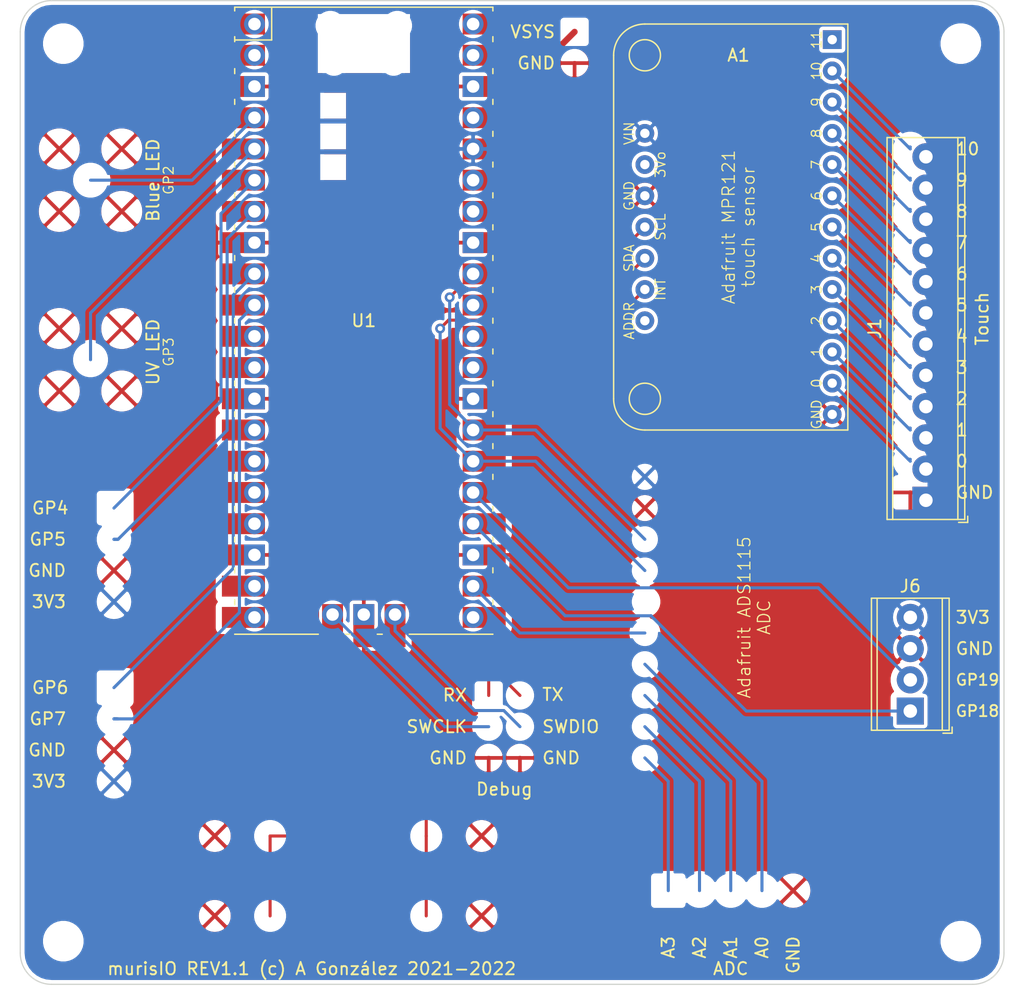
<source format=kicad_pcb>
(kicad_pcb (version 20211014) (generator pcbnew)
  (layers (0 "F.Cu" signal "Front") (31 "B.Cu" signal "Back") (34 "B.Paste" user) (35 "F.Paste" user) (36 "B.SilkS" user "B.Silkscreen") (37 "F.SilkS" user "F.Silkscreen") (38 "B.Mask" user) (39 "F.Mask" user) (44 "Edge.Cuts" user))
  (net 0 "")
  (net 1 "+3V3")
  (net 2 "GND")
  (net 3 "Net-(A1-Pad10)")
  (net 4 "Net-(A1-Pad9)")
  (net 9 "Net-(A1-Pad19)")
  (net 10 "Net-(A1-Pad18)")
  (net 11 "Net-(A1-Pad17)")
  (net 12 "Net-(A1-Pad16)")
  (net 13 "Net-(A1-Pad15)")
  (net 14 "Net-(A1-Pad14)")
  (net 15 "Net-(A1-Pad13)")
  (net 16 "Net-(A1-Pad12)")
  (net 17 "Net-(A1-Pad11)")
  (net 26 "/GP20_SDA")
  (net 27 "/GP21_SCL")
  (net 28 "/GP15")
  (net 29 "/GP2")
  (net 30 "/GP12")
  (net 31 "/GP3")
  (net 32 "/VSYS")
  (net 33 "/GP1_RX")
  (net 34 "/GP0_TX")
  (net 35 "/SWDIO")
  (net 36 "/SWCLK")
  (net 39 "/GP5")
  (net 40 "/GP4")
  (net 41 "/GP7")
  (net 42 "/GP6")
  (net 43 "/GP14")
  (net 44 "/GP13")
  (net 46 "/GP18")
  (net 47 "/GP19")
  (net 48 "/GP22_IRQ")
  (net 49 "/GP17_ALRT")
  (footprint "TerminalBlock_Phoenix:TerminalBlock_Phoenix_MPT-0,5-12-2.54_1x12_P2.54mm_Horizontal" (layer "F.Cu") (at 182.245 92.71 90)
    (fp_text reference "J1" (at 13.97 -4.16 90) (layer "F.SilkS"))
    (fp_text value "Screw_Terminal_01x12")
    (fp_line (start -1.56 3.16) (end 29.501 3.16) (layer "F.SilkS") (width 0.12))
    (fp_line (start -1.8 2.66) (end -1.8 3.4) (layer "F.SilkS") (width 0.12))
    (fp_line (start -1.56 -2.7) (end 29.501 -2.7) (layer "F.SilkS") (width 0.12))
    (fp_line (start -1.56 2.6) (end 29.501 2.6) (layer "F.SilkS") (width 0.12))
    (fp_line (start -1.56 -3.16) (end 29.501 -3.16) (layer "F.SilkS") (width 0.12))
    (fp_line (start 29.501 -3.16) (end 29.501 3.16) (layer "F.SilkS") (width 0.12))
    (fp_line (start -1.56 -3.16) (end -1.56 3.16) (layer "F.SilkS") (width 0.12))
    (fp_line (start -1.8 3.4) (end -1.3 3.4) (layer "F.SilkS") (width 0.12))
    (pad "1" thru_hole rect (at 0 0 90) (size 2.2 2.2) (drill 1.1) (layers *.Cu *.Mask) (net 2 "GND"))
    (pad "2" thru_hole circle (at 2.54 0 90) (size 2.2 2.2) (drill 1.1) (layers *.Cu *.Mask) (net 4 "Net-(A1-Pad9)"))
    (pad "3" thru_hole circle (at 5.08 0 90) (size 2.2 2.2) (drill 1.1) (layers *.Cu *.Mask) (net 3 "Net-(A1-Pad10)"))
    (pad "4" thru_hole circle (at 7.62 0 90) (size 2.2 2.2) (drill 1.1) (layers *.Cu *.Mask) (net 17 "Net-(A1-Pad11)"))
    (pad "5" thru_hole circle (at 10.16 0 90) (size 2.2 2.2) (drill 1.1) (layers *.Cu *.Mask) (net 16 "Net-(A1-Pad12)"))
    (pad "6" thru_hole circle (at 12.7 0 90) (size 2.2 2.2) (drill 1.1) (layers *.Cu *.Mask) (net 15 "Net-(A1-Pad13)"))
    (pad "7" thru_hole circle (at 15.24 0 90) (size 2.2 2.2) (drill 1.1) (layers *.Cu *.Mask) (net 14 "Net-(A1-Pad14)"))
    (pad "8" thru_hole circle (at 17.78 0 90) (size 2.2 2.2) (drill 1.1) (layers *.Cu *.Mask) (net 13 "Net-(A1-Pad15)"))
    (pad "9" thru_hole circle (at 20.32 0 90) (size 2.2 2.2) (drill 1.1) (layers *.Cu *.Mask) (net 12 "Net-(A1-Pad16)"))
    (pad "10" thru_hole circle (at 22.86 0 90) (size 2.2 2.2) (drill 1.1) (layers *.Cu *.Mask) (net 11 "Net-(A1-Pad17)"))
    (pad "11" thru_hole circle (at 25.4 0 90) (size 2.2 2.2) (drill 1.1) (layers *.Cu *.Mask) (net 10 "Net-(A1-Pad18)"))
    (pad "12" thru_hole circle (at 27.94 0 90) (size 2.2 2.2) (drill 1.1) (layers *.Cu *.Mask) (net 9 "Net-(A1-Pad19)"))
  )
  (footprint "TerminalBlock_Phoenix:TerminalBlock_Phoenix_MPT-0,5-4-2.54_1x04_P2.54mm_Horizontal" (layer "F.Cu") (at 180.975 109.855 90)
    (fp_text reference "J6" (at 10.16 0 180) (layer "F.SilkS"))
    (fp_text value "Screw_Terminal_01x04")
    (fp_line (start -1.56 2.6) (end 9.18 2.6) (layer "F.SilkS") (width 0.12))
    (fp_line (start -1.8 3.4) (end -1.3 3.4) (layer "F.SilkS") (width 0.12))
    (fp_line (start -1.8 2.66) (end -1.8 3.4) (layer "F.SilkS") (width 0.12))
    (fp_line (start -1.56 -3.16) (end 9.18 -3.16) (layer "F.SilkS") (width 0.12))
    (fp_line (start -1.56 -2.7) (end 9.18 -2.7) (layer "F.SilkS") (width 0.12))
    (fp_line (start -1.56 3.16) (end 9.18 3.16) (layer "F.SilkS") (width 0.12))
    (fp_line (start 9.18 -3.16) (end 9.18 3.16) (layer "F.SilkS") (width 0.12))
    (fp_line (start -1.56 -3.16) (end -1.56 3.16) (layer "F.SilkS") (width 0.12))
    (pad "1" thru_hole rect locked (at 0 0 90) (size 2.2 2.2) (drill 1.1) (layers *.Cu *.Mask) (net 46 "/GP18"))
    (pad "2" thru_hole circle locked (at 2.54 0 90) (size 2.2 2.2) (drill 1.1) (layers *.Cu *.Mask) (net 47 "/GP19"))
    (pad "3" thru_hole circle locked (at 5.08 0 90) (size 2.2 2.2) (drill 1.1) (layers *.Cu *.Mask) (net 2 "GND"))
    (pad "4" thru_hole circle locked (at 7.62 0 90) (size 2.2 2.2) (drill 1.1) (layers *.Cu *.Mask) (net 1 "+3V3"))
  )
  (footprint "MCU_Pico:RPi_Pico_SMD_TH" (layer "F.Cu") (at 136.525 78.105)
    (fp_text reference "U1" (at 0 0) (layer "F.SilkS"))
    (fp_text value "Pico")
    (fp_line (start -10.5 -10.4) (end -10.5 -10) (layer "F.SilkS") (width 0.12))
    (fp_line (start -1.5 25.5) (end -1.1 25.5) (layer "F.SilkS") (width 0.12))
    (fp_line (start -10.5 -18) (end -10.5 -17.6) (layer "F.SilkS") (width 0.12))
    (fp_line (start -10.5 -23.1) (end -10.5 -22.7) (layer "F.SilkS") (width 0.12))
    (fp_line (start 10.5 22.7) (end 10.5 23.1) (layer "F.SilkS") (width 0.12))
    (fp_line (start -10.5 -25.5) (end 10.5 -25.5) (layer "F.SilkS") (width 0.12))
    (fp_line (start -10.5 -25.5) (end -10.5 -25.2) (layer "F.SilkS") (width 0.12))
    (fp_line (start 10.5 -10.4) (end 10.5 -10) (layer "F.SilkS") (width 0.12))
    (fp_line (start 10.5 10) (end 10.5 10.4) (layer "F.SilkS") (width 0.12))
    (fp_line (start -10.5 -5.3) (end -10.5 -4.9) (layer "F.SilkS") (width 0.12))
    (fp_line (start -10.5 7.4) (end -10.5 7.8) (layer "F.SilkS") (width 0.12))
    (fp_line (start 10.5 -18) (end 10.5 -17.6) (layer "F.SilkS") (width 0.12))
    (fp_line (start 10.5 -7.8) (end 10.5 -7.4) (layer "F.SilkS") (width 0.12))
    (fp_line (start 10.5 -20.5) (end 10.5 -20.1) (layer "F.SilkS") (width 0.12))
    (fp_line (start -10.5 -15.4) (end -10.5 -15) (layer "F.SilkS") (width 0.12))
    (fp_line (start 10.5 -5.3) (end 10.5 -4.9) (layer "F.SilkS") (width 0.12))
    (fp_line (start 1.1 25.5) (end 1.5 25.5) (layer "F.SilkS") (width 0.12))
    (fp_line (start -10.5 -0.2) (end -10.5 0.2) (layer "F.SilkS") (width 0.12))
    (fp_line (start 10.5 15.1) (end 10.5 15.5) (layer "F.SilkS") (width 0.12))
    (fp_line (start 10.5 -12.9) (end 10.5 -12.5) (layer "F.SilkS") (width 0.12))
    (fp_line (start 10.5 -25.5) (end 10.5 -25.2) (layer "F.SilkS") (width 0.12))
    (fp_line (start -10.5 15.1) (end -10.5 15.5) (layer "F.SilkS") (width 0.12))
    (fp_line (start -10.5 12.5) (end -10.5 12.9) (layer "F.SilkS") (width 0.12))
    (fp_line (start -10.5 22.7) (end -10.5 23.1) (layer "F.SilkS") (width 0.12))
    (fp_line (start 10.5 7.4) (end 10.5 7.8) (layer "F.SilkS") (width 0.12))
    (fp_line (start -10.5 17.6) (end -10.5 18) (layer "F.SilkS") (width 0.12))
    (fp_line (start 10.5 25.5) (end 3.7 25.5) (layer "F.SilkS") (width 0.12))
    (fp_line (start 10.5 20.1) (end 10.5 20.5) (layer "F.SilkS") (width 0.12))
    (fp_line (start 10.5 -2.7) (end 10.5 -2.3) (layer "F.SilkS") (width 0.12))
    (fp_line (start -10.5 20.1) (end -10.5 20.5) (layer "F.SilkS") (width 0.12))
    (fp_line (start 10.5 17.6) (end 10.5 18) (layer "F.SilkS") (width 0.12))
    (fp_line (start -7.493 -22.833) (end -7.493 -25.5) (layer "F.SilkS") (width 0.12))
    (fp_line (start -10.5 -2.7) (end -10.5 -2.3) (layer "F.SilkS") (width 0.12))
    (fp_line (start 10.5 -15.4) (end 10.5 -15) (layer "F.SilkS") (width 0.12))
    (fp_line (start -10.5 4.9) (end -10.5 5.3) (layer "F.SilkS") (width 0.12))
    (fp_line (start -10.5 -7.8) (end -10.5 -7.4) (layer "F.SilkS") (width 0.12))
    (fp_line (start -10.5 2.3) (end -10.5 2.7) (layer "F.SilkS") (width 0.12))
    (fp_line (start 10.5 12.5) (end 10.5 12.9) (layer "F.SilkS") (width 0.12))
    (fp_line (start 10.5 -23.1) (end 10.5 -22.7) (layer "F.SilkS") (width 0.12))
    (fp_line (start 10.5 -0.2) (end 10.5 0.2) (layer "F.SilkS") (width 0.12))
    (fp_line (start 10.5 2.3) (end 10.5 2.7) (layer "F.SilkS") (width 0.12))
    (fp_line (start -10.5 -22.833) (end -7.493 -22.833) (layer "F.SilkS") (width 0.12))
    (fp_line (start -3.7 25.5) (end -10.5 25.5) (layer "F.SilkS") (width 0.12))
    (fp_line (start 10.5 4.9) (end 10.5 5.3) (layer "F.SilkS") (width 0.12))
    (fp_line (start -10.5 -12.9) (end -10.5 -12.5) (layer "F.SilkS") (width 0.12))
    (fp_line (start -10.5 10) (end -10.5 10.4) (layer "F.SilkS") (width 0.12))
    (fp_line (start -10.5 -20.5) (end -10.5 -20.1) (layer "F.SilkS") (width 0.12))
    (pad "" np_thru_hole oval locked (at 2.725 -24) (size 1.8 1.8) (drill 1.8) (layers *.Cu *.Mask))
    (pad "" np_thru_hole oval locked (at -2.725 -24) (size 1.8 1.8) (drill 1.8) (layers *.Cu *.Mask))
    (pad "" np_thru_hole oval locked (at 2.425 -20.97) (size 1.5 1.5) (drill 1.5) (layers *.Cu *.Mask))
    (pad "" np_thru_hole oval locked (at -2.425 -20.97) (size 1.5 1.5) (drill 1.5) (layers *.Cu *.Mask))
    (pad "1" thru_hole oval locked (at -8.89 -24.13) (size 1.7 1.7) (drill 1.02) (layers *.Cu *.Mask) (net 34 "/GP0_TX"))
    (pad "1" smd rect locked (at -8.89 -24.13) (size 3.5 1.7) (drill (offset -0.9 0)) (layers "F.Cu" "F.Mask") (net 34 "/GP0_TX"))
    (pad "2" thru_hole oval locked (at -8.89 -21.59) (size 1.7 1.7) (drill 1.02) (layers *.Cu *.Mask) (net 33 "/GP1_RX"))
    (pad "2" smd rect locked (at -8.89 -21.59) (size 3.5 1.7) (drill (offset -0.9 0)) (layers "F.Cu" "F.Mask") (net 33 "/GP1_RX"))
    (pad "3" smd rect locked (at -8.89 -19.05) (size 3.5 1.7) (drill (offset -0.9 0)) (layers "F.Cu" "F.Mask") (net 2 "GND"))
    (pad "3" thru_hole rect locked (at -8.89 -19.05) (size 1.7 1.7) (drill 1.02) (layers *.Cu *.Mask) (net 2 "GND"))
    (pad "4" thru_hole oval locked (at -8.89 -16.51) (size 1.7 1.7) (drill 1.02) (layers *.Cu *.Mask) (net 29 "/GP2"))
    (pad "4" smd rect locked (at -8.89 -16.51) (size 3.5 1.7) (drill (offset -0.9 0)) (layers "F.Cu" "F.Mask") (net 29 "/GP2"))
    (pad "5" thru_hole oval locked (at -8.89 -13.97) (size 1.7 1.7) (drill 1.02) (layers *.Cu *.Mask) (net 31 "/GP3"))
    (pad "5" smd rect locked (at -8.89 -13.97) (size 3.5 1.7) (drill (offset -0.9 0)) (layers "F.Cu" "F.Mask") (net 31 "/GP3"))
    (pad "6" thru_hole oval locked (at -8.89 -11.43) (size 1.7 1.7) (drill 1.02) (layers *.Cu *.Mask) (net 40 "/GP4"))
    (pad "6" smd rect locked (at -8.89 -11.43) (size 3.5 1.7) (drill (offset -0.9 0)) (layers "F.Cu" "F.Mask") (net 40 "/GP4"))
    (pad "7" smd rect locked (at -8.89 -8.89) (size 3.5 1.7) (drill (offset -0.9 0)) (layers "F.Cu" "F.Mask") (net 39 "/GP5"))
    (pad "7" thru_hole oval locked (at -8.89 -8.89) (size 1.7 1.7) (drill 1.02) (layers *.Cu *.Mask) (net 39 "/GP5"))
    (pad "8" thru_hole rect locked (at -8.89 -6.35) (size 1.7 1.7) (drill 1.02) (layers *.Cu *.Mask) (net 2 "GND"))
    (pad "8" smd rect locked (at -8.89 -6.35) (size 3.5 1.7) (drill (offset -0.9 0)) (layers "F.Cu" "F.Mask") (net 2 "GND"))
    (pad "9" thru_hole oval locked (at -8.89 -3.81) (size 1.7 1.7) (drill 1.02) (layers *.Cu *.Mask) (net 42 "/GP6"))
    (pad "9" smd rect locked (at -8.89 -3.81) (size 3.5 1.7) (drill (offset -0.9 0)) (layers "F.Cu" "F.Mask") (net 42 "/GP6"))
    (pad "10" thru_hole oval locked (at -8.89 -1.27) (size 1.7 1.7) (drill 1.02) (layers *.Cu *.Mask) (net 41 "/GP7"))
    (pad "10" smd rect locked (at -8.89 -1.27) (size 3.5 1.7) (drill (offset -0.9 0)) (layers "F.Cu" "F.Mask") (net 41 "/GP7"))
    (pad "11" smd rect locked (at -8.89 1.27) (size 3.5 1.7) (drill (offset -0.9 0)) (layers "F.Cu" "F.Mask"))
    (pad "11" thru_hole oval locked (at -8.89 1.27) (size 1.7 1.7) (drill 1.02) (layers *.Cu *.Mask))
    (pad "12" thru_hole oval locked (at -8.89 3.81) (size 1.7 1.7) (drill 1.02) (layers *.Cu *.Mask))
    (pad "12" smd rect locked (at -8.89 3.81) (size 3.5 1.7) (drill (offset -0.9 0)) (layers "F.Cu" "F.Mask"))
    (pad "13" smd rect locked (at -8.89 6.35) (size 3.5 1.7) (drill (offset -0.9 0)) (layers "F.Cu" "F.Mask") (net 2 "GND"))
    (pad "13" thru_hole rect locked (at -8.89 6.35) (size 1.7 1.7) (drill 1.02) (layers *.Cu *.Mask) (net 2 "GND"))
    (pad "14" thru_hole oval locked (at -8.89 8.89) (size 1.7 1.7) (drill 1.02) (layers *.Cu *.Mask))
    (pad "14" smd rect locked (at -8.89 8.89) (size 3.5 1.7) (drill (offset -0.9 0)) (layers "F.Cu" "F.Mask"))
    (pad "15" thru_hole oval locked (at -8.89 11.43) (size 1.7 1.7) (drill 1.02) (layers *.Cu *.Mask))
    (pad "15" smd rect locked (at -8.89 11.43) (size 3.5 1.7) (drill (offset -0.9 0)) (layers "F.Cu" "F.Mask"))
    (pad "16" smd rect locked (at -8.89 13.97) (size 3.5 1.7) (drill (offset -0.9 0)) (layers "F.Cu" "F.Mask") (net 30 "/GP12"))
    (pad "16" thru_hole oval locked (at -8.89 13.97) (size 1.7 1.7) (drill 1.02) (layers *.Cu *.Mask) (net 30 "/GP12"))
    (pad "17" thru_hole oval locked (at -8.89 16.51) (size 1.7 1.7) (drill 1.02) (layers *.Cu *.Mask) (net 44 "/GP13"))
    (pad "17" smd rect locked (at -8.89 16.51) (size 3.5 1.7) (drill (offset -0.9 0)) (layers "F.Cu" "F.Mask") (net 44 "/GP13"))
    (pad "18" thru_hole rect locked (at -8.89 19.05) (size 1.7 1.7) (drill 1.02) (layers *.Cu *.Mask) (net 2 "GND"))
    (pad "18" smd rect locked (at -8.89 19.05) (size 3.5 1.7) (drill (offset -0.9 0)) (layers "F.Cu" "F.Mask") (net 2 "GND"))
    (pad "19" smd rect locked (at -8.89 21.59) (size 3.5 1.7) (drill (offset -0.9 0)) (layers "F.Cu" "F.Mask") (net 43 "/GP14"))
    (pad "19" thru_hole oval locked (at -8.89 21.59) (size 1.7 1.7) (drill 1.02) (layers *.Cu *.Mask) (net 43 "/GP14"))
    (pad "20" thru_hole oval locked (at -8.89 24.13) (size 1.7 1.7) (drill 1.02) (layers *.Cu *.Mask) (net 28 "/GP15"))
    (pad "20" smd rect locked (at -8.89 24.13) (size 3.5 1.7) (drill (offset -0.9 0)) (layers "F.Cu" "F.Mask") (net 28 "/GP15"))
    (pad "21" smd rect locked (at 8.89 24.13) (size 3.5 1.7) (drill (offset 0.9 0)) (layers "F.Cu" "F.Mask"))
    (pad "21" thru_hole oval locked (at 8.89 24.13) (size 1.7 1.7) (drill 1.02) (layers *.Cu *.Mask))
    (pad "22" thru_hole oval locked (at 8.89 21.59) (size 1.7 1.7) (drill 1.02) (layers *.Cu *.Mask) (net 49 "/GP17_ALRT"))
    (pad "22" smd rect locked (at 8.89 21.59) (size 3.5 1.7) (drill (offset 0.9 0)) (layers "F.Cu" "F.Mask") (net 49 "/GP17_ALRT"))
    (pad "23" thru_hole rect locked (at 8.89 19.05) (size 1.7 1.7) (drill 1.02) (layers *.Cu *.Mask) (net 2 "GND"))
    (pad "23" smd rect locked (at 8.89 19.05) (size 3.5 1.7) (drill (offset 0.9 0)) (layers "F.Cu" "F.Mask") (net 2 "GND"))
    (pad "24" smd rect locked (at 8.89 16.51) (size 3.5 1.7) (drill (offset 0.9 0)) (layers "F.Cu" "F.Mask") (net 46 "/GP18"))
    (pad "24" thru_hole oval locked (at 8.89 16.51) (size 1.7 1.7) (drill 1.02) (layers *.Cu *.Mask) (net 46 "/GP18"))
    (pad "25" thru_hole oval locked (at 8.89 13.97) (size 1.7 1.7) (drill 1.02) (layers *.Cu *.Mask) (net 47 "/GP19"))
    (pad "25" smd rect locked (at 8.89 13.97) (size 3.5 1.7) (drill (offset 0.9 0)) (layers "F.Cu" "F.Mask") (net 47 "/GP19"))
    (pad "26" smd rect locked (at 8.89 11.43) (size 3.5 1.7) (drill (offset 0.9 0)) (layers "F.Cu" "F.Mask") (net 26 "/GP20_SDA"))
    (pad "26" thru_hole oval locked (at 8.89 11.43) (size 1.7 1.7) (drill 1.02) (layers *.Cu *.Mask) (net 26 "/GP20_SDA"))
    (pad "27" thru_hole oval locked (at 8.89 8.89) (size 1.7 1.7) (drill 1.02) (layers *.Cu *.Mask) (net 27 "/GP21_SCL"))
    (pad "27" smd rect locked (at 8.89 8.89) (size 3.5 1.7) (drill (offset 0.9 0)) (layers "F.Cu" "F.Mask") (net 27 "/GP21_SCL"))
    (pad "28" smd rect locked (at 8.89 6.35) (size 3.5 1.7) (drill (offset 0.9 0)) (layers "F.Cu" "F.Mask") (net 2 "GND"))
    (pad "28" thru_hole rect locked (at 8.89 6.35) (size 1.7 1.7) (drill 1.02) (layers *.Cu *.Mask) (net 2 "GND"))
    (pad "29" smd rect locked (at 8.89 3.81) (size 3.5 1.7) (drill (offset 0.9 0)) (layers "F.Cu" "F.Mask") (net 48 "/GP22_IRQ"))
    (pad "29" thru_hole oval locked (at 8.89 3.81) (size 1.7 1.7) (drill 1.02) (layers *.Cu *.Mask) (net 48 "/GP22_IRQ"))
    (pad "30" thru_hole oval locked (at 8.89 1.27) (size 1.7 1.7) (drill 1.02) (layers *.Cu *.Mask))
    (pad "30" smd rect locked (at 8.89 1.27) (size 3.5 1.7) (drill (offset 0.9 0)) (layers "F.Cu" "F.Mask"))
    (pad "31" thru_hole oval locked (at 8.89 -1.27) (size 1.7 1.7) (drill 1.02) (layers *.Cu *.Mask))
    (pad "31" smd rect locked (at 8.89 -1.27) (size 3.5 1.7) (drill (offset 0.9 0)) (layers "F.Cu" "F.Mask"))
    (pad "32" thru_hole oval locked (at 8.89 -3.81) (size 1.7 1.7) (drill 1.02) (layers *.Cu *.Mask))
    (pad "32" smd rect locked (at 8.89 -3.81) (size 3.5 1.7) (drill (offset 0.9 0)) (layers "F.Cu" "F.Mask"))
    (pad "33" smd rect locked (at 8.89 -6.35) (size 3.5 1.7) (drill (offset 0.9 0)) (layers "F.Cu" "F.Mask") (net 2 "GND"))
    (pad "33" thru_hole rect locked (at 8.89 -6.35) (size 1.7 1.7) (drill 1.02) (layers *.Cu *.Mask) (net 2 "GND"))
    (pad "34" thru_hole oval locked (at 8.89 -8.89) (size 1.7 1.7) (drill 1.02) (layers *.Cu *.Mask))
    (pad "34" smd rect locked (at 8.89 -8.89) (size 3.5 1.7) (drill (offset 0.9 0)) (layers "F.Cu" "F.Mask"))
    (pad "35" smd rect locked (at 8.89 -11.43) (size 3.5 1.7) (drill (offset 0.9 0)) (layers "F.Cu" "F.Mask"))
    (pad "35" thru_hole oval locked (at 8.89 -11.43) (size 1.7 1.7) (drill 1.02) (layers *.Cu *.Mask))
    (pad "36" smd rect locked (at 8.89 -13.97) (size 3.5 1.7) (drill (offset 0.9 0)) (layers "F.Cu" "F.Mask") (net 1 "+3V3"))
    (pad "36" thru_hole oval locked (at 8.89 -13.97) (size 1.7 1.7) (drill 1.02) (layers *.Cu *.Mask) (net 1 "+3V3"))
    (pad "37" smd rect locked (at 8.89 -16.51) (size 3.5 1.7) (drill (offset 0.9 0)) (layers "F.Cu" "F.Mask"))
    (pad "37" thru_hole oval locked (at 8.89 -16.51) (size 1.7 1.7) (drill 1.02) (layers *.Cu *.Mask))
    (pad "38" smd rect locked (at 8.89 -19.05) (size 3.5 1.7) (drill (offset 0.9 0)) (layers "F.Cu" "F.Mask") (net 2 "GND"))
    (pad "38" thru_hole rect locked (at 8.89 -19.05) (size 1.7 1.7) (drill 1.02) (layers *.Cu *.Mask) (net 2 "GND"))
    (pad "39" smd rect locked (at 8.89 -21.59) (size 3.5 1.7) (drill (offset 0.9 0)) (layers "F.Cu" "F.Mask") (net 32 "/VSYS"))
    (pad "39" thru_hole oval locked (at 8.89 -21.59) (size 1.7 1.7) (drill 1.02) (layers *.Cu *.Mask) (net 32 "/VSYS"))
    (pad "40" thru_hole oval locked (at 8.89 -24.13) (size 1.7 1.7) (drill 1.02) (layers *.Cu *.Mask))
    (pad "40" smd rect locked (at 8.89 -24.13) (size 3.5 1.7) (drill (offset 0.9 0)) (layers "F.Cu" "F.Mask"))
    (pad "41" thru_hole oval locked (at -2.54 23.9) (size 1.7 1.7) (drill 1.02) (layers *.Cu *.Mask) (net 36 "/SWCLK"))
    (pad "41" smd rect locked (at -2.54 23.9 90) (size 3.5 1.7) (drill (offset -0.9 0)) (layers "F.Cu" "F.Mask") (net 36 "/SWCLK"))
    (pad "42" smd rect locked (at 0 23.9 90) (size 3.5 1.7) (drill (offset -0.9 0)) (layers "F.Cu" "F.Mask") (net 2 "GND"))
    (pad "42" thru_hole rect locked (at 0 23.9) (size 1.7 1.7) (drill 1.02) (layers *.Cu *.Mask) (net 2 "GND"))
    (pad "43" smd rect locked (at 2.54 23.9 90) (size 3.5 1.7) (drill (offset -0.9 0)) (layers "F.Cu" "F.Mask") (net 35 "/SWDIO"))
    (pad "43" thru_hole oval locked (at 2.54 23.9) (size 1.7 1.7) (drill 1.02) (layers *.Cu *.Mask) (net 35 "/SWDIO"))
  )
  (footprint "MountingHole:MountingHole_2.7mm_M2.5" (layer "F.Cu") (at 112.085 128.57)
    (fp_text reference "H2" hide)
    (fp_text value "MountingHole")
    (pad "" np_thru_hole circle locked (at 0 0) (size 2.7 2.7) (drill 2.7) (layers *.Cu *.Mask))
  )
  (footprint "MountingHole:MountingHole_2.7mm_M2.5" (layer "F.Cu") (at 112.085 55.57)
    (fp_text reference "H1" hide)
    (fp_text value "MountingHole")
    (pad "" np_thru_hole circle locked (at 0 0) (size 2.7 2.7) (drill 2.7) (layers *.Cu *.Mask))
  )
  (footprint "MountingHole:MountingHole_2.7mm_M2.5" (layer "F.Cu") (at 185.085 128.57)
    (fp_text reference "H3" hide)
    (fp_text value "MountingHole")
    (pad "" np_thru_hole circle locked (at 0 0) (size 2.7 2.7) (drill 2.7) (layers *.Cu *.Mask))
  )
  (footprint "MountingHole:MountingHole_2.7mm_M2.5" (layer "F.Cu") (at 185.085 55.57)
    (fp_text reference "H4" hide)
    (fp_text value "MountingHole")
    (pad "" np_thru_hole circle locked (at 0 0) (size 2.7 2.7) (drill 2.7) (layers *.Cu *.Mask))
  )
  (footprint "AG_Sensors:ADAFRUIT_MPR121" (layer "F.Cu") (at 168.275 67.945 -90)
    (fp_text reference "A1" (at -11.43 1.27 180) (layer "F.SilkS"))
    (fp_text value "ADAFRUIT_MPR121")
    (fp_text user "5" (at 2.54 -5.08 90) (layer "F.SilkS") (effects (font (size 0.8 0.8) (thickness 0.1))))
    (fp_text user "GND" (at 0 10.16 90) (layer "F.SilkS") (effects (font (size 0.8 0.8) (thickness 0.1))))
    (fp_text user "SCL" (at 2.54 7.62 90) (layer "F.SilkS") (effects (font (size 0.8 0.8) (thickness 0.1))))
    (fp_text user "7" (at -2.54 -5.08 90) (layer "F.SilkS") (effects (font (size 0.8 0.8) (thickness 0.1))))
    (fp_text user "3" (at 7.62 -5.08 90) (layer "F.SilkS") (effects (font (size 0.8 0.8) (thickness 0.1))))
    (fp_text user "11" (at -12.7 -5.08 90) (layer "F.SilkS") (effects (font (size 0.8 0.8) (thickness 0.1))))
    (fp_text user "SDA" (at 5.08 10.16 90) (layer "F.SilkS") (effects (font (size 0.8 0.8) (thickness 0.1))))
    (fp_text user "9" (at -7.62 -5.08 90) (layer "F.SilkS") (effects (font (size 0.8 0.8) (thickness 0.1))))
    (fp_text user "10" (at -10.16 -5.08 90) (layer "F.SilkS") (effects (font (size 0.8 0.8) (thickness 0.1))))
    (fp_text user "2" (at 10.16 -5.08 90) (layer "F.SilkS") (effects (font (size 0.8 0.8) (thickness 0.1))))
    (fp_text user "4" (at 5.08 -5.08 90) (layer "F.SilkS") (effects (font (size 0.8 0.8) (thickness 0.1))))
    (fp_text user "3Vo" (at -2.54 7.62 90) (layer "F.SilkS") (effects (font (size 0.8 0.8) (thickness 0.1))))
    (fp_text user "VIN" (at -5.08 10.16 90) (layer "F.SilkS") (effects (font (size 0.8 0.8) (thickness 0.1))))
    (fp_text user "INT" (at 7.62 7.62 90) (layer "F.SilkS") (effects (font (size 0.8 0.8) (thickness 0.1))))
    (fp_text user "0" (at 15.24 -5.08 90) (layer "F.SilkS") (effects (font (size 0.8 0.8) (thickness 0.1))))
    (fp_text user "1" (at 12.7 -5.08 90) (layer "F.SilkS") (effects (font (size 0.8 0.8) (thickness 0.1))))
    (fp_text user "6" (at 0 -5.08 90) (layer "F.SilkS") (effects (font (size 0.8 0.8) (thickness 0.1))))
    (fp_text user "ADDR" (at 10.16 10.16 90) (layer "F.SilkS") (effects (font (size 0.8 0.8) (thickness 0.1))))
    (fp_text user "8" (at -5.08 -5.08 90) (layer "F.SilkS") (effects (font (size 0.8 0.8) (thickness 0.1))))
    (fp_text user "GND" (at 17.78 -5.08 90) (layer "F.SilkS") (effects (font (size 0.8 0.8) (thickness 0.1))))
    (fp_line (start -11.43 11.43) (end 16.51 11.43) (layer "F.SilkS") (width 0.12))
    (fp_line (start -13.97 -7.62) (end -13.97 8.89) (layer "F.SilkS") (width 0.12))
    (fp_line (start 19.05 8.89) (end 19.05 -7.62) (layer "F.SilkS") (width 0.12))
    (fp_line (start 19.05 -7.62) (end -13.97 -7.62) (layer "F.SilkS") (width 0.12))
    (fp_arc (start -11.43 11.43) (mid -13.226051 10.686051) (end -13.97 8.89) (layer "F.SilkS") (width 0.12))
    (fp_arc (start 19.05 8.89) (mid 18.306051 10.686051) (end 16.51 11.43) (layer "F.SilkS") (width 0.12))
    (fp_circle (center 16.51 8.89) (end 17.78 8.89) (layer "F.SilkS") (width 0.12) (fill none))
    (fp_circle (center -11.43 8.89) (end -10.16 8.89) (layer "F.SilkS") (width 0.12) (fill none))
    (pad "1" thru_hole circle locked (at -5.08 8.89 270) (size 1.524 1.524) (drill 0.762) (layers *.Cu *.Mask) (net 1 "+3V3"))
    (pad "2" thru_hole circle locked (at -2.54 8.89 270) (size 1.524 1.524) (drill 0.762) (layers *.Cu *.Mask))
    (pad "3" thru_hole circle locked (at 0 8.89 270) (size 1.524 1.524) (drill 0.762) (layers *.Cu *.Mask) (net 2 "GND"))
    (pad "4" thru_hole circle locked (at 2.54 8.89 270) (size 1.524 1.524) (drill 0.762) (layers *.Cu *.Mask) (net 27 "/GP21_SCL"))
    (pad "5" thru_hole circle locked (at 5.08 8.89 270) (size 1.524 1.524) (drill 0.762) (layers *.Cu *.Mask) (net 26 "/GP20_SDA"))
    (pad "6" thru_hole circle locked (at 7.62 8.89 270) (size 1.524 1.524) (drill 0.762) (layers *.Cu *.Mask) (net 48 "/GP22_IRQ"))
    (pad "7" thru_hole circle locked (at 10.16 8.89 270) (size 1.524 1.524) (drill 0.762) (layers *.Cu *.Mask))
    (pad "8" thru_hole circle locked (at 17.78 -6.35 270) (size 1.524 1.524) (drill 0.762) (layers *.Cu *.Mask) (net 2 "GND"))
    (pad "9" thru_hole circle locked (at 15.24 -6.35 270) (size 1.524 1.524) (drill 0.762) (layers *.Cu *.Mask) (net 4 "Net-(A1-Pad9)"))
    (pad "10" thru_hole circle locked (at 12.7 -6.35 270) (size 1.524 1.524) (drill 0.762) (layers *.Cu *.Mask) (net 3 "Net-(A1-Pad10)"))
    (pad "11" thru_hole circle locked (at 10.16 -6.35) (size 1.524 1.524) (drill 0.762) (layers *.Cu *.Mask) (net 17 "Net-(A1-Pad11)"))
    (pad "12" thru_hole circle locked (at 7.62 -6.35 270) (size 1.524 1.524) (drill 0.762) (layers *.Cu *.Mask) (net 16 "Net-(A1-Pad12)"))
    (pad "13" thru_hole circle locked (at 5.08 -6.35 270) (size 1.524 1.524) (drill 0.762) (layers *.Cu *.Mask) (net 15 "Net-(A1-Pad13)"))
    (pad "14" thru_hole circle locked (at 2.54 -6.35 270) (size 1.524 1.524) (drill 0.762) (layers *.Cu *.Mask) (net 14 "Net-(A1-Pad14)"))
    (pad "15" thru_hole circle locked (at 0 -6.35 270) (size 1.524 1.524) (drill 0.762) (layers *.Cu *.Mask) (net 13 "Net-(A1-Pad15)"))
    (pad "16" thru_hole circle locked (at -2.54 -6.35 270) (size 1.524 1.524) (drill 0.762) (layers *.Cu *.Mask) (net 12 "Net-(A1-Pad16)"))
    (pad "17" thru_hole circle locked (at -5.08 -6.35 270) (size 1.524 1.524) (drill 0.762) (layers *.Cu *.Mask) (net 11 "Net-(A1-Pad17)"))
    (pad "18" thru_hole circle locked (at -7.62 -6.35 270) (size 1.524 1.524) (drill 0.762) (layers *.Cu *.Mask) (net 10 "Net-(A1-Pad18)"))
    (pad "19" thru_hole circle locked (at -10.16 -6.35 270) (size 1.524 1.524) (drill 0.762) (layers *.Cu *.Mask) (net 9 "Net-(A1-Pad19)"))
    (pad "20" thru_hole rect locked (at -12.7 -6.35 270) (size 1.524 1.524) (drill 0.762) (layers *.Cu *.Mask))
  )
  (gr_line (start 188.595 54.61) (end 188.595 129.54) (layer "Edge.Cuts") (width 0.1))
  (gr_line (start 186.055 132.08) (end 111.125 132.08) (layer "Edge.Cuts") (width 0.1))
  (gr_line (start 108.585 129.54) (end 108.585 54.61) (layer "Edge.Cuts") (width 0.1))
  (gr_line (start 186.055 52.07) (end 111.125 52.07) (layer "Edge.Cuts") (width 0.1))
  (gr_arc (start 108.585 54.61) (mid 109.328949 52.813949) (end 111.125 52.07) (layer "Edge.Cuts") (width 0.1))
  (gr_arc (start 111.125 132.08) (mid 109.328949 131.336051) (end 108.585 129.54) (layer "Edge.Cuts") (width 0.1))
  (gr_arc (start 186.055 52.07) (mid 187.851051 52.813949) (end 188.595 54.61) (layer "Edge.Cuts") (width 0.1))
  (gr_arc (start 188.595 129.54) (mid 187.851051 131.336051) (end 186.055 132.08) (layer "Edge.Cuts") (width 0.1))
  (gr_text "murisIO REV1.1 (c) A González 2021-2022" (at 115.57 130.81) (layer "F.SilkS") (effects (font (size 1 1)) (justify left)))
  (gr_text "GND" (at 152.1714 57.15) (layer "F.SilkS") (effects (font (size 1 1)) (justify right)))
  (gr_text "0" (at 184.5818 89.535) (layer "F.SilkS") (effects (font (size 1 1)) (justify left)))
  (gr_text "1" (at 184.5818 86.995) (layer "F.SilkS") (effects (font (size 1 1)) (justify left)))
  (gr_text "2" (at 184.5818 84.455) (layer "F.SilkS") (effects (font (size 1 1)) (justify left)))
  (gr_text "3" (at 184.5818 81.915) (layer "F.SilkS") (effects (font (size 1 1)) (justify left)))
  (gr_text "4" (at 184.5818 79.375) (layer "F.SilkS") (effects (font (size 1 1)) (justify left)))
  (gr_text "5" (at 184.5818 76.835) (layer "F.SilkS") (effects (font (size 1 1)) (justify left)))
  (gr_text "6" (at 184.5818 74.295) (layer "F.SilkS") (effects (font (size 1 1)) (justify left)))
  (gr_text "7" (at 184.5818 71.755) (layer "F.SilkS") (effects (font (size 1 1)) (justify left)))
  (gr_text "8" (at 184.5818 69.215) (layer "F.SilkS") (effects (font (size 1 1)) (justify left)))
  (gr_text "9" (at 184.5818 66.675) (layer "F.SilkS") (effects (font (size 1 1)) (justify left)))
  (gr_text "10" (at 184.5818 64.135) (layer "F.SilkS") (effects (font (size 1 1)) (justify left)))
  (gr_text "Adafruit MPR121\ntouch sensor" (at 167.005 70.485 90) (layer "F.SilkS") (effects (font (size 1 1) (thickness 0.1))))
  (gr_text "Adafruit ADS1115\nADC" (at 168.275 102.235 90) (layer "F.SilkS") (effects (font (size 1 1) (thickness 0.1))))
  (gr_text "GP3\n" (at 120.65 80.645 90) (layer "F.SilkS") (effects (font (size 0.8 0.8) (thickness 0.1))))
  (gr_text "GND" (at 150.9522 113.665) (layer "F.SilkS") (effects (font (size 1 1)) (justify left)))
  (gr_text "SWDIO" (at 150.9522 111.125) (layer "F.SilkS") (effects (font (size 1 1)) (justify left)))
  (gr_text "TX" (at 150.9522 108.5088) (layer "F.SilkS") (effects (font (size 1 1)) (justify left)))
  (gr_text "RX" (at 145.0086 108.5596) (layer "F.SilkS") (effects (font (size 1 1)) (justify right)))
  (gr_text "SWCLK" (at 145.0086 111.125) (layer "F.SilkS") (effects (font (size 1 1)) (justify right)))
  (gr_text "GND" (at 145.0086 113.665) (layer "F.SilkS") (effects (font (size 1 1)) (justify right)))
  (gr_text "VSYS" (at 152.1714 54.61) (layer "F.SilkS") (effects (font (size 1 1)) (justify right)))
  (gr_text "UV LED" (at 119.38 80.645 90) (layer "F.SilkS") (effects (font (size 1 1))))
  (gr_text "Touch" (at 186.817 77.945 90) (layer "F.SilkS") (effects (font (size 1 1))))
  (gr_text "Debug" (at 147.955 116.205) (layer "F.SilkS") (effects (font (size 1 1))))
  (gr_text "GP5\n" (at 112.395 95.885) (layer "F.SilkS") (effects (font (size 1 1)) (justify right)))
  (gr_text "GND" (at 112.395 98.425) (layer "F.SilkS") (effects (font (size 1 1)) (justify right)))
  (gr_text "3V3" (at 112.395 100.965) (layer "F.SilkS") (effects (font (size 1 1)) (justify right)))
  (gr_text "GND" (at 112.395 113.03) (layer "F.SilkS") (effects (font (size 1 1)) (justify right)))
  (gr_text "3V3" (at 112.395 115.57) (layer "F.SilkS") (effects (font (size 1 1)) (justify right)))
  (gr_text "GP7\n" (at 112.395 110.49) (layer "F.SilkS") (effects (font (size 1 1)) (justify right)))
  (gr_text "GND" (at 171.45 128.0668 90) (layer "F.SilkS") (effects (font (size 1 1)) (justify right)))
  (gr_text "A0" (at 168.91 128.0668 90) (layer "F.SilkS") (effects (font (size 1 1)) (justify right)))
  (gr_text "A1" (at 166.37 128.0668 90) (layer "F.SilkS") (effects (font (size 1 1)) (justify right)))
  (gr_text "A2" (at 163.83 128.0668 90) (layer "F.SilkS") (effects (font (size 1 1)) (justify right)))
  (gr_text "A3" (at 161.29 128.0668 90) (layer "F.SilkS") (effects (font (size 1 1)) (justify right)))
  (gr_text "GP19" (at 184.5818 107.315) (layer "F.SilkS") (effects (font (size 0.9 0.9)) (justify left)))
  (gr_text "GP18\n" (at 184.5818 109.855) (layer "F.SilkS") (effects (font (size 0.9 0.9)) (justify left)))
  (gr_text "GND" (at 184.5818 92.075) (layer "F.SilkS") (effects (font (size 1 1)) (justify left)))
  (gr_text "Blue LED" (at 119.38 66.675 90) (layer "F.SilkS") (effects (font (size 1 1))))
  (gr_text "GP2\n" (at 120.65 66.675 90) (layer "F.SilkS") (effects (font (size 0.8 0.8) (thickness 0.1))))
  (gr_text "3V3" (at 184.5818 102.235) (layer "F.SilkS") (effects (font (size 1 1)) (justify left)))
  (gr_text "ADC" (at 166.37 130.81) (layer "F.SilkS") (effects (font (size 1 1))))
  (gr_text "GP6\n" (at 112.5982 107.95) (layer "F.SilkS") (effects (font (size 1 1)) (justify right)))
  (gr_text "GND" (at 184.5818 104.775) (layer "F.SilkS") (effects (font (size 1 1)) (justify left)))
  (gr_text "GP4\n" (at 112.5982 93.345) (layer "F.SilkS") (effects (font (size 1 1)) (justify right)))
  (segment (start 128.905 113.355) (end 128.905 109.855) (width 0.25) (layer "F.Cu") (net 0))
  (segment (start 125.095 109.855) (end 125.095 113.355) (width 0.25) (layer "F.Cu") (net 0))
  (segment (start 168.91 124.46) (end 168.91 115.57) (width 0.25) (layer "B.Cu") (net 0))
  (segment (start 161.29 115.57) (end 159.385 113.665) (width 0.25) (layer "B.Cu") (net 0))
  (segment (start 161.29 124.46) (end 161.29 115.57) (width 0.25) (layer "B.Cu") (net 0))
  (segment (start 166.37 124.46) (end 166.37 115.57) (width 0.25) (layer "B.Cu") (net 0))
  (segment (start 163.83 124.46) (end 163.83 115.57) (width 0.25) (layer "B.Cu") (net 0))
  (segment (start 168.91 115.57) (end 159.385 106.045) (width 0.25) (layer "B.Cu") (net 0))
  (segment (start 166.37 115.57) (end 159.385 108.585) (width 0.25) (layer "B.Cu") (net 0))
  (segment (start 163.83 115.57) (end 159.385 111.125) (width 0.25) (layer "B.Cu") (net 0))
  (segment (start 132.13 116.79) (end 132.13 116.205) (width 0.25) (layer "F.Cu") (net 2))
  (segment (start 180.815 86.835) (end 180.975 86.835) (width 0.25) (layer "B.Cu") (net 3))
  (segment (start 180.975 86.995) (end 174.625 80.645) (width 0.25) (layer "B.Cu") (net 3))
  (segment (start 180.815 89.375) (end 180.975 89.375) (width 0.25) (layer "B.Cu") (net 4))
  (segment (start 174.625 83.185) (end 180.975 89.535) (width 0.25) (layer "B.Cu") (net 4))
  (segment (start 180.815 63.975) (end 180.975 63.975) (width 0.25) (layer "B.Cu") (net 9))
  (segment (start 180.975 64.135) (end 174.625 57.785) (width 0.25) (layer "B.Cu") (net 9))
  (segment (start 180.815 66.515) (end 180.975 66.515) (width 0.25) (layer "B.Cu") (net 10))
  (segment (start 180.975 66.675) (end 174.625 60.325) (width 0.25) (layer "B.Cu") (net 10))
  (segment (start 180.815 69.055) (end 180.975 69.055) (width 0.25) (layer "B.Cu") (net 11))
  (segment (start 180.975 69.215) (end 174.625 62.865) (width 0.25) (layer "B.Cu") (net 11))
  (segment (start 180.815 71.595) (end 180.975 71.595) (width 0.25) (layer "B.Cu") (net 12))
  (segment (start 180.975 71.755) (end 174.625 65.405) (width 0.25) (layer "B.Cu") (net 12))
  (segment (start 180.815 74.135) (end 180.975 74.135) (width 0.25) (layer "B.Cu") (net 13))
  (segment (start 180.975 74.295) (end 174.625 67.945) (width 0.25) (layer "B.Cu") (net 13))
  (segment (start 180.815 76.675) (end 180.975 76.675) (width 0.25) (layer "B.Cu") (net 14))
  (segment (start 180.975 76.835) (end 174.625 70.485) (width 0.25) (layer "B.Cu") (net 14))
  (segment (start 180.975 79.375) (end 174.625 73.025) (width 0.25) (layer "B.Cu") (net 15))
  (segment (start 180.815 81.755) (end 180.975 81.755) (width 0.25) (layer "B.Cu") (net 16))
  (segment (start 174.625 75.565) (end 180.975 81.915) (width 0.25) (layer "B.Cu") (net 16))
  (segment (start 180.815 84.295) (end 180.975 84.295) (width 0.25) (layer "B.Cu") (net 17))
  (segment (start 180.975 84.455) (end 174.625 78.105) (width 0.25) (layer "B.Cu") (net 17))
  (segment (start 146.960002 89.535) (end 145.415 89.535) (width 0.25) (layer "F.Cu") (net 26))
  (segment (start 159.385 73.025) (end 154.349999 78.060001) (width 0.25) (layer "F.Cu") (net 26))
  (segment (start 143.414999 78.060001) (end 142.735 78.74) (width 0.25) (layer "F.Cu") (net 26))
  (segment (start 154.349999 78.060001) (end 143.414999 78.060001) (width 0.25) (layer "F.Cu") (net 26))
  (via (at 142.735 78.74) (size 0.8) (drill 0.4) (layers "F.Cu" "B.Cu") (net 26))
  (segment (start 145.415 89.535) (end 150.495 89.535) (width 0.25) (layer "B.Cu") (net 26))
  (segment (start 142.735 78.74) (end 142.735 86.855) (width 0.25) (layer "B.Cu") (net 26))
  (segment (start 150.495 89.535) (end 159.385 98.425) (width 0.25) (layer "B.Cu") (net 26))
  (segment (start 142.735 86.855) (end 145.415 89.535) (width 0.25) (layer "B.Cu") (net 26))
  (segment (start 154.349999 75.520001) (end 144.189999 75.520001) (width 0.25) (layer "F.Cu") (net 27))
  (segment (start 144.189999 75.520001) (end 143.51 76.2) (width 0.25) (layer "F.Cu") (net 27))
  (segment (start 159.385 70.485) (end 154.349999 75.520001) (width 0.25) (layer "F.Cu") (net 27))
  (via (at 143.51 76.2) (size 0.8) (drill 0.4) (layers "F.Cu" "B.Cu") (net 27))
  (segment (start 143.51 76.2) (end 143.51 84.925002) (width 0.25) (layer "B.Cu") (net 27))
  (segment (start 145.415 86.995) (end 150.495 86.995) (width 0.25) (layer "B.Cu") (net 27))
  (segment (start 150.495 86.995) (end 159.385 95.885) (width 0.25) (layer "B.Cu") (net 27))
  (segment (start 143.51 84.925002) (end 145.415 86.830002) (width 0.25) (layer "B.Cu") (net 27))
  (segment (start 145.415 86.830002) (end 145.415 86.995) (width 0.25) (layer "B.Cu") (net 27))
  (segment (start 125.095 104.775) (end 127.635 102.235) (width 0.25) (layer "F.Cu") (net 28))
  (segment (start 125.095 104.775) (end 125.095 106.755) (width 0.25) (layer "F.Cu") (net 28))
  (segment (start 114.3 66.675) (end 122.555 66.675) (width 0.25) (layer "B.Cu") (net 29))
  (segment (start 122.555 66.675) (end 127.635 61.595) (width 0.25) (layer "B.Cu") (net 29))
  (segment (start 141.605 117.475) (end 135.255 111.125) (width 0.25) (layer "F.Cu") (net 30))
  (segment (start 141.605 126.515) (end 141.605 120.015) (width 0.25) (layer "F.Cu") (net 30))
  (segment (start 127.635 92.075) (end 132.759999 97.199999) (width 0.25) (layer "F.Cu") (net 30))
  (segment (start 132.759999 108.629999) (end 135.255 111.125) (width 0.25) (layer "F.Cu") (net 30))
  (segment (start 141.605 120.015) (end 141.605 117.475) (width 0.25) (layer "F.Cu") (net 30))
  (segment (start 132.759999 97.199999) (end 132.759999 108.629999) (width 0.25) (layer "F.Cu") (net 30))
  (segment (start 127.635 64.727398) (end 127.635 64.135) (width 0.25) (layer "B.Cu") (net 31))
  (segment (start 127.592398 64.135) (end 127.635 64.135) (width 0.25) (layer "B.Cu") (net 31))
  (segment (start 127.635 64.135) (end 114.3 77.47) (width 0.25) (layer "B.Cu") (net 31))
  (segment (start 114.3 77.47) (end 114.3 81.28) (width 0.25) (layer "B.Cu") (net 31))
  (segment (start 127.635 64.135) (end 126.957398 64.135) (width 0.25) (layer "B.Cu") (net 31))
  (segment (start 151.765 56.515) (end 145.415 56.515) (width 0.5) (layer "F.Cu") (net 32))
  (segment (start 153.67 54.61) (end 151.765 56.515) (width 0.5) (layer "F.Cu") (net 32))
  (segment (start 132.10998 92.674978) (end 146.685 107.249998) (width 0.25) (layer "F.Cu") (net 33))
  (segment (start 146.685 107.249998) (end 146.685 108.585) (width 0.25) (layer "F.Cu") (net 33))
  (segment (start 127.635 56.515) (end 132.10998 60.98998) (width 0.25) (layer "F.Cu") (net 33))
  (segment (start 132.10998 60.98998) (end 132.10998 92.674978) (width 0.25) (layer "F.Cu") (net 33))
  (segment (start 127.635 53.975) (end 132.60999 58.94999) (width 0.25) (layer "F.Cu") (net 34))
  (segment (start 132.60999 58.94999) (end 132.60999 91.96999) (width 0.25) (layer "F.Cu") (net 34))
  (segment (start 132.60999 91.96999) (end 149.225 108.585) (width 0.25) (layer "F.Cu") (net 34))
  (segment (start 147.910001 109.810001) (end 145.534999 109.810001) (width 0.25) (layer "B.Cu") (net 35))
  (segment (start 145.534999 109.810001) (end 139.065 103.340002) (width 0.25) (layer "B.Cu") (net 35))
  (segment (start 149.225 111.125) (end 147.910001 109.810001) (width 0.25) (layer "B.Cu") (net 35))
  (segment (start 139.065 103.340002) (end 139.065 102.005) (width 0.25) (layer "B.Cu") (net 35))
  (segment (start 134.149998 102.005) (end 133.985 102.005) (width 0.25) (layer "B.Cu") (net 36))
  (segment (start 146.685 111.125) (end 143.105 111.125) (width 0.25) (layer "B.Cu") (net 36))
  (segment (start 143.105 111.125) (end 133.985 102.005) (width 0.25) (layer "B.Cu") (net 36))
  (segment (start 116.450002 95.885) (end 116.205 95.885) (width 0.25) (layer "B.Cu") (net 39))
  (segment (start 116.205 95.885) (end 116.540002 95.885) (width 0.25) (layer "B.Cu") (net 39))
  (segment (start 125.409979 87.015023) (end 125.409979 71.440021) (width 0.25) (layer "B.Cu") (net 39))
  (segment (start 125.409979 71.440021) (end 127.635 69.215) (width 0.25) (layer "B.Cu") (net 39))
  (segment (start 116.540002 95.885) (end 125.409979 87.015023) (width 0.25) (layer "B.Cu") (net 39))
  (segment (start 116.205 93.345) (end 124.909969 84.640031) (width 0.25) (layer "B.Cu") (net 40))
  (segment (start 124.909969 69.400031) (end 127.635 66.675) (width 0.25) (layer "B.Cu") (net 40))
  (segment (start 124.909969 84.640031) (end 124.909969 69.400031) (width 0.25) (layer "B.Cu") (net 40))
  (segment (start 116.205 110.49) (end 116.450002 110.49) (width 0.25) (layer "B.Cu") (net 41))
  (segment (start 117.760634 110.49) (end 126.409999 101.840635) (width 0.25) (layer "B.Cu") (net 41))
  (segment (start 116.205 110.49) (end 116.540002 110.49) (width 0.25) (layer "B.Cu") (net 41))
  (segment (start 126.409999 78.060001) (end 127.635 76.835) (width 0.25) (layer "B.Cu") (net 41))
  (segment (start 116.205 110.49) (end 117.760634 110.49) (width 0.25) (layer "B.Cu") (net 41))
  (segment (start 126.409999 101.840635) (end 126.409999 78.060001) (width 0.25) (layer "B.Cu") (net 41))
  (segment (start 125.909989 76.020011) (end 127.635 74.295) (width 0.25) (layer "B.Cu") (net 42))
  (segment (start 125.909989 98.245011) (end 125.909989 76.020011) (width 0.25) (layer "B.Cu") (net 42))
  (segment (start 116.205 107.95) (end 125.909989 98.245011) (width 0.25) (layer "B.Cu") (net 42))
  (segment (start 128.905 106.755) (end 128.905 100.965) (width 0.25) (layer "F.Cu") (net 43))
  (segment (start 128.810001 106.660001) (end 128.905 106.755) (width 0.25) (layer "F.Cu") (net 43))
  (segment (start 128.905 100.965) (end 127.635 99.695) (width 0.25) (layer "F.Cu") (net 43))
  (segment (start 135.255 116.205) (end 132.259989 113.209989) (width 0.25) (layer "F.Cu") (net 44))
  (segment (start 134.129213 116.205) (end 135.255 116.205) (width 0.25) (layer "F.Cu") (net 44))
  (segment (start 130.319213 120.015) (end 134.129213 116.205) (width 0.25) (layer "F.Cu") (net 44))
  (segment (start 132.259989 113.209989) (end 132.259989 99.239989) (width 0.25) (layer "F.Cu") (net 44))
  (segment (start 128.905 126.515) (end 128.905 120.015) (width 0.25) (layer "F.Cu") (net 44))
  (segment (start 127.635 94.779998) (end 127.635 94.615) (width 0.25) (layer "F.Cu") (net 44))
  (segment (start 128.905 120.015) (end 130.319213 120.015) (width 0.25) (layer "F.Cu") (net 44))
  (segment (start 132.259989 99.239989) (end 127.635 94.615) (width 0.25) (layer "F.Cu") (net 44))
  (segment (start 167.64 109.855) (end 159.887001 102.102001) (width 0.25) (layer "B.Cu") (net 46))
  (segment (start 159.887001 102.102001) (end 152.902001 102.102001) (width 0.25) (layer "B.Cu") (net 46))
  (segment (start 180.975 109.855) (end 167.64 109.855) (width 0.25) (layer "B.Cu") (net 46))
  (segment (start 152.902001 102.102001) (end 145.415 94.615) (width 0.25) (layer "B.Cu") (net 46))
  (segment (start 173.487999 99.827999) (end 153.167999 99.827999) (width 0.25) (layer "B.Cu") (net 47))
  (segment (start 180.975 107.315) (end 173.487999 99.827999) (width 0.25) (layer "B.Cu") (net 47))
  (segment (start 153.167999 99.827999) (end 145.415 92.075) (width 0.25) (layer "B.Cu") (net 47))
  (segment (start 153.035 81.915) (end 145.415 81.915) (width 0.25) (layer "F.Cu") (net 48))
  (segment (start 159.385 75.565) (end 153.035 81.915) (width 0.25) (layer "F.Cu") (net 48))
  (segment (start 159.385 103.505) (end 149.225 103.505) (width 0.25) (layer "B.Cu") (net 49))
  (segment (start 149.225 103.505) (end 145.415 99.695) (width 0.25) (layer "B.Cu") (net 49))
  (zone (net 2) (net_name "GND") (layer "F.Cu") (connect_pads (clearance 0.5)) (min_thickness 0.2) (fill yes (thermal_gap 0.3) (thermal_bridge_width 0.3))
    (polygon (pts (xy 188.595 132.08) (xy 108.585 132.08) (xy 108.585 52.07) (xy 188.595 52.07)))
  )
  (zone (net 0) (net_name "") (layers F&B.Cu) (connect_pads (clearance 0)) (min_thickness 0.254)
    (keepout (tracks not_allowed) (vias not_allowed) (pads allowed) (copperpour not_allowed) (footprints allowed))
    (fill (thermal_gap 0.508) (thermal_bridge_width 0.508))
    (polygon (pts (xy 140.285 57.965) (xy 132.785 57.965) (xy 132.785 53.165) (xy 140.285 53.165)))
  )
  (zone (net 0) (net_name "") (layers F&B.Cu) (connect_pads (clearance 0)) (min_thickness 0.254)
    (keepout (tracks not_allowed) (vias not_allowed) (pads allowed) (copperpour not_allowed) (footprints allowed))
    (fill (thermal_gap 0.508) (thermal_bridge_width 0.508))
    (polygon (pts (xy 135.085 61.665) (xy 132.985 61.665) (xy 132.985 59.565) (xy 135.085 59.565)))
  )
  (zone (net 0) (net_name "") (layers F&B.Cu) (connect_pads (clearance 0)) (min_thickness 0.254)
    (keepout (tracks not_allowed) (vias not_allowed) (pads allowed) (copperpour not_allowed) (footprints allowed))
    (fill (thermal_gap 0.508) (thermal_bridge_width 0.508))
    (polygon (pts (xy 135.085 64.165) (xy 132.985 64.165) (xy 132.985 62.065) (xy 135.085 62.065)))
  )
  (zone (net 0) (net_name "") (layers F&B.Cu) (connect_pads (clearance 0)) (min_thickness 0.254)
    (keepout (tracks not_allowed) (vias not_allowed) (pads allowed) (copperpour not_allowed) (footprints allowed))
    (fill (thermal_gap 0.508) (thermal_bridge_width 0.508))
    (polygon (pts (xy 135.085 66.665) (xy 132.985 66.665) (xy 132.985 64.565) (xy 135.085 64.565)))
  )
  (zone (net 1) (net_name "+3V3") (layer "B.Cu") (connect_pads (clearance 0.3)) (min_thickness 0.2) (fill yes (thermal_gap 0.3) (thermal_bridge_width 0.3))
    (polygon (pts (xy 188.595 132.08) (xy 108.585 132.08) (xy 108.585 52.07) (xy 188.595 52.07)))
  )
)
</source>
